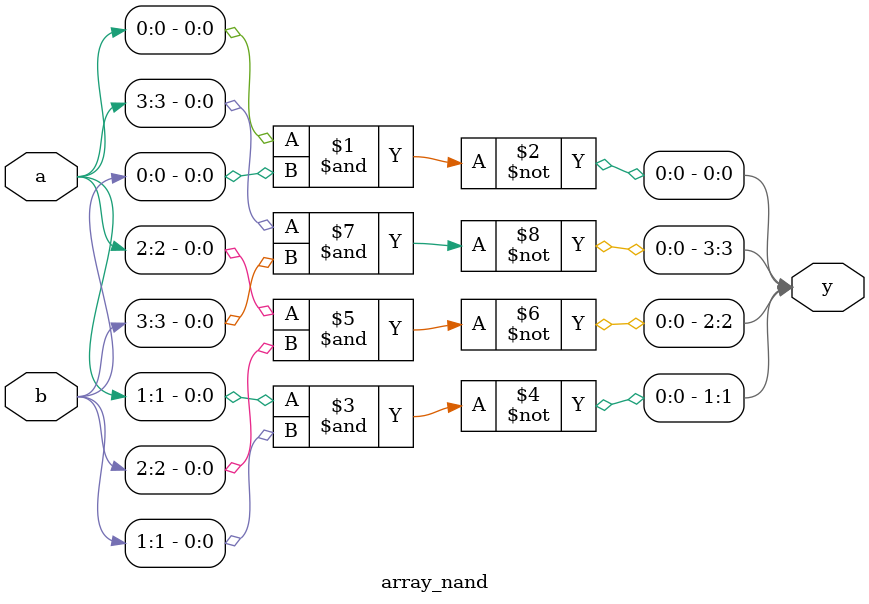
<source format=v>
/*
Array of Gate Instantiations
 Declare 4-bit buses and instantiate an array of NAND gates.
*/
module array_nand(input [3:0] a, b, output [3:0] y);
    nand n0(y[0], a[0], b[0]);
    nand n1(y[1], a[1], b[1]);
    nand n2(y[2], a[2], b[2]);
    nand n3(y[3], a[3], b[3]);
endmodule
</source>
